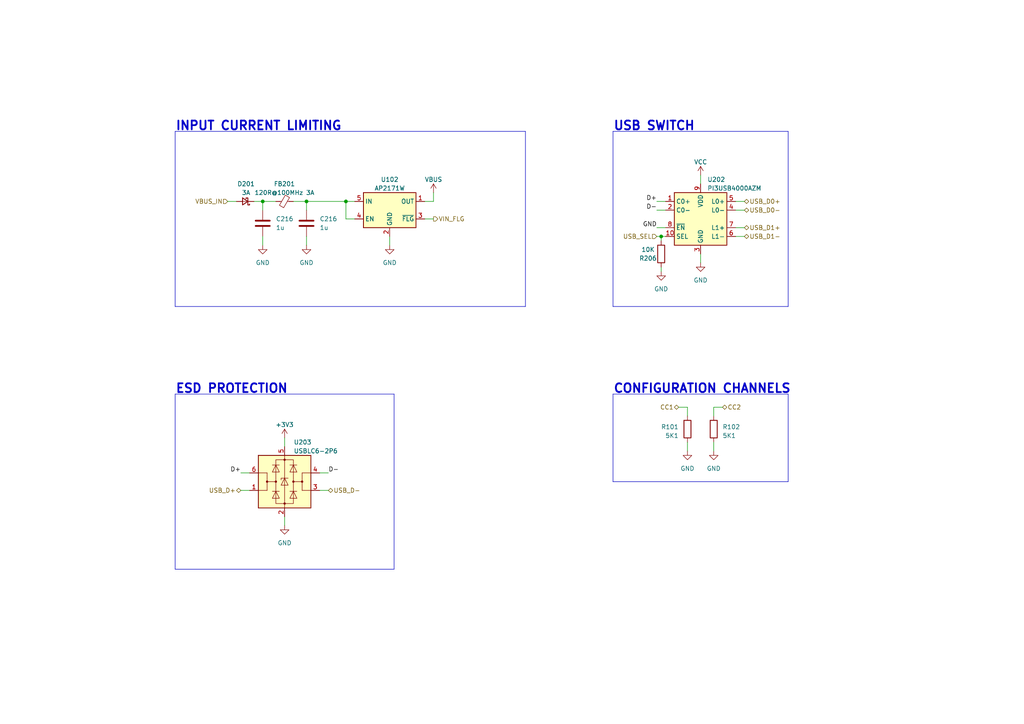
<source format=kicad_sch>
(kicad_sch (version 20230121) (generator eeschema)

  (uuid 72d2076e-a9c0-4d6e-b2d5-d5755db5d04f)

  (paper "A4")

  (title_block
    (title "Controller")
    (date "2023-10-05")
    (rev "1.0")
    (company "sudo-junkie")
  )

  (lib_symbols
    (symbol "Device:C" (pin_numbers hide) (pin_names (offset 0.254)) (in_bom yes) (on_board yes)
      (property "Reference" "C" (at 0.635 2.54 0)
        (effects (font (size 1.27 1.27)) (justify left))
      )
      (property "Value" "C" (at 0.635 -2.54 0)
        (effects (font (size 1.27 1.27)) (justify left))
      )
      (property "Footprint" "" (at 0.9652 -3.81 0)
        (effects (font (size 1.27 1.27)) hide)
      )
      (property "Datasheet" "~" (at 0 0 0)
        (effects (font (size 1.27 1.27)) hide)
      )
      (property "ki_keywords" "cap capacitor" (at 0 0 0)
        (effects (font (size 1.27 1.27)) hide)
      )
      (property "ki_description" "Unpolarized capacitor" (at 0 0 0)
        (effects (font (size 1.27 1.27)) hide)
      )
      (property "ki_fp_filters" "C_*" (at 0 0 0)
        (effects (font (size 1.27 1.27)) hide)
      )
      (symbol "C_0_1"
        (polyline
          (pts
            (xy -2.032 -0.762)
            (xy 2.032 -0.762)
          )
          (stroke (width 0.508) (type default))
          (fill (type none))
        )
        (polyline
          (pts
            (xy -2.032 0.762)
            (xy 2.032 0.762)
          )
          (stroke (width 0.508) (type default))
          (fill (type none))
        )
      )
      (symbol "C_1_1"
        (pin passive line (at 0 3.81 270) (length 2.794)
          (name "~" (effects (font (size 1.27 1.27))))
          (number "1" (effects (font (size 1.27 1.27))))
        )
        (pin passive line (at 0 -3.81 90) (length 2.794)
          (name "~" (effects (font (size 1.27 1.27))))
          (number "2" (effects (font (size 1.27 1.27))))
        )
      )
    )
    (symbol "Device:D_Schottky_Small" (pin_numbers hide) (pin_names (offset 0.254) hide) (in_bom yes) (on_board yes)
      (property "Reference" "D" (at -1.27 2.032 0)
        (effects (font (size 1.27 1.27)) (justify left))
      )
      (property "Value" "D_Schottky_Small" (at -7.112 -2.032 0)
        (effects (font (size 1.27 1.27)) (justify left))
      )
      (property "Footprint" "" (at 0 0 90)
        (effects (font (size 1.27 1.27)) hide)
      )
      (property "Datasheet" "~" (at 0 0 90)
        (effects (font (size 1.27 1.27)) hide)
      )
      (property "ki_keywords" "diode Schottky" (at 0 0 0)
        (effects (font (size 1.27 1.27)) hide)
      )
      (property "ki_description" "Schottky diode, small symbol" (at 0 0 0)
        (effects (font (size 1.27 1.27)) hide)
      )
      (property "ki_fp_filters" "TO-???* *_Diode_* *SingleDiode* D_*" (at 0 0 0)
        (effects (font (size 1.27 1.27)) hide)
      )
      (symbol "D_Schottky_Small_0_1"
        (polyline
          (pts
            (xy -0.762 0)
            (xy 0.762 0)
          )
          (stroke (width 0) (type default))
          (fill (type none))
        )
        (polyline
          (pts
            (xy 0.762 -1.016)
            (xy -0.762 0)
            (xy 0.762 1.016)
            (xy 0.762 -1.016)
          )
          (stroke (width 0.254) (type default))
          (fill (type none))
        )
        (polyline
          (pts
            (xy -1.27 0.762)
            (xy -1.27 1.016)
            (xy -0.762 1.016)
            (xy -0.762 -1.016)
            (xy -0.254 -1.016)
            (xy -0.254 -0.762)
          )
          (stroke (width 0.254) (type default))
          (fill (type none))
        )
      )
      (symbol "D_Schottky_Small_1_1"
        (pin passive line (at -2.54 0 0) (length 1.778)
          (name "K" (effects (font (size 1.27 1.27))))
          (number "1" (effects (font (size 1.27 1.27))))
        )
        (pin passive line (at 2.54 0 180) (length 1.778)
          (name "A" (effects (font (size 1.27 1.27))))
          (number "2" (effects (font (size 1.27 1.27))))
        )
      )
    )
    (symbol "Device:FerriteBead_Small" (pin_numbers hide) (pin_names (offset 0)) (in_bom yes) (on_board yes)
      (property "Reference" "FB" (at 1.905 1.27 0)
        (effects (font (size 1.27 1.27)) (justify left))
      )
      (property "Value" "FerriteBead_Small" (at 1.905 -1.27 0)
        (effects (font (size 1.27 1.27)) (justify left))
      )
      (property "Footprint" "" (at -1.778 0 90)
        (effects (font (size 1.27 1.27)) hide)
      )
      (property "Datasheet" "~" (at 0 0 0)
        (effects (font (size 1.27 1.27)) hide)
      )
      (property "ki_keywords" "L ferrite bead inductor filter" (at 0 0 0)
        (effects (font (size 1.27 1.27)) hide)
      )
      (property "ki_description" "Ferrite bead, small symbol" (at 0 0 0)
        (effects (font (size 1.27 1.27)) hide)
      )
      (property "ki_fp_filters" "Inductor_* L_* *Ferrite*" (at 0 0 0)
        (effects (font (size 1.27 1.27)) hide)
      )
      (symbol "FerriteBead_Small_0_1"
        (polyline
          (pts
            (xy 0 -1.27)
            (xy 0 -0.7874)
          )
          (stroke (width 0) (type default))
          (fill (type none))
        )
        (polyline
          (pts
            (xy 0 0.889)
            (xy 0 1.2954)
          )
          (stroke (width 0) (type default))
          (fill (type none))
        )
        (polyline
          (pts
            (xy -1.8288 0.2794)
            (xy -1.1176 1.4986)
            (xy 1.8288 -0.2032)
            (xy 1.1176 -1.4224)
            (xy -1.8288 0.2794)
          )
          (stroke (width 0) (type default))
          (fill (type none))
        )
      )
      (symbol "FerriteBead_Small_1_1"
        (pin passive line (at 0 2.54 270) (length 1.27)
          (name "~" (effects (font (size 1.27 1.27))))
          (number "1" (effects (font (size 1.27 1.27))))
        )
        (pin passive line (at 0 -2.54 90) (length 1.27)
          (name "~" (effects (font (size 1.27 1.27))))
          (number "2" (effects (font (size 1.27 1.27))))
        )
      )
    )
    (symbol "Device:R" (pin_numbers hide) (pin_names (offset 0)) (in_bom yes) (on_board yes)
      (property "Reference" "R" (at 2.032 0 90)
        (effects (font (size 1.27 1.27)))
      )
      (property "Value" "R" (at 0 0 90)
        (effects (font (size 1.27 1.27)))
      )
      (property "Footprint" "" (at -1.778 0 90)
        (effects (font (size 1.27 1.27)) hide)
      )
      (property "Datasheet" "~" (at 0 0 0)
        (effects (font (size 1.27 1.27)) hide)
      )
      (property "ki_keywords" "R res resistor" (at 0 0 0)
        (effects (font (size 1.27 1.27)) hide)
      )
      (property "ki_description" "Resistor" (at 0 0 0)
        (effects (font (size 1.27 1.27)) hide)
      )
      (property "ki_fp_filters" "R_*" (at 0 0 0)
        (effects (font (size 1.27 1.27)) hide)
      )
      (symbol "R_0_1"
        (rectangle (start -1.016 -2.54) (end 1.016 2.54)
          (stroke (width 0.254) (type default))
          (fill (type none))
        )
      )
      (symbol "R_1_1"
        (pin passive line (at 0 3.81 270) (length 1.27)
          (name "~" (effects (font (size 1.27 1.27))))
          (number "1" (effects (font (size 1.27 1.27))))
        )
        (pin passive line (at 0 -3.81 90) (length 1.27)
          (name "~" (effects (font (size 1.27 1.27))))
          (number "2" (effects (font (size 1.27 1.27))))
        )
      )
    )
    (symbol "My_Interface_USB:PI3USB4000AZM" (in_bom yes) (on_board yes)
      (property "Reference" "U" (at 2.54 8.89 0)
        (effects (font (size 1.27 1.27)))
      )
      (property "Value" "PI3USB4000AZM" (at 10.16 -8.89 0)
        (effects (font (size 1.27 1.27)))
      )
      (property "Footprint" "Package_DFN_QFN:UQFN-10_1.4x1.8mm_P0.4mm" (at 0 0 0)
        (effects (font (size 1.27 1.27)) hide)
      )
      (property "Datasheet" "" (at 0 0 0)
        (effects (font (size 1.27 1.27)) hide)
      )
      (symbol "PI3USB4000AZM_0_1"
        (rectangle (start -7.62 7.62) (end 7.62 -7.62)
          (stroke (width 0.254) (type default))
          (fill (type background))
        )
      )
      (symbol "PI3USB4000AZM_1_1"
        (pin bidirectional line (at -10.16 5.08 0) (length 2.54)
          (name "C0+" (effects (font (size 1.27 1.27))))
          (number "1" (effects (font (size 1.27 1.27))))
        )
        (pin input line (at -10.16 -5.08 0) (length 2.54)
          (name "SEL" (effects (font (size 1.27 1.27))))
          (number "10" (effects (font (size 1.27 1.27))))
        )
        (pin bidirectional line (at -10.16 2.54 0) (length 2.54)
          (name "C0-" (effects (font (size 1.27 1.27))))
          (number "2" (effects (font (size 1.27 1.27))))
        )
        (pin passive line (at 0 -10.16 90) (length 2.54)
          (name "GND" (effects (font (size 1.27 1.27))))
          (number "3" (effects (font (size 1.27 1.27))))
        )
        (pin bidirectional line (at 10.16 2.54 180) (length 2.54)
          (name "L0-" (effects (font (size 1.27 1.27))))
          (number "4" (effects (font (size 1.27 1.27))))
        )
        (pin bidirectional line (at 10.16 5.08 180) (length 2.54)
          (name "L0+" (effects (font (size 1.27 1.27))))
          (number "5" (effects (font (size 1.27 1.27))))
        )
        (pin bidirectional line (at 10.16 -5.08 180) (length 2.54)
          (name "L1-" (effects (font (size 1.27 1.27))))
          (number "6" (effects (font (size 1.27 1.27))))
        )
        (pin bidirectional line (at 10.16 -2.54 180) (length 2.54)
          (name "L1+" (effects (font (size 1.27 1.27))))
          (number "7" (effects (font (size 1.27 1.27))))
        )
        (pin input line (at -10.16 -2.54 0) (length 2.54)
          (name "~{EN}" (effects (font (size 1.27 1.27))))
          (number "8" (effects (font (size 1.27 1.27))))
        )
        (pin passive line (at 0 10.16 270) (length 2.54)
          (name "VDD" (effects (font (size 1.27 1.27))))
          (number "9" (effects (font (size 1.27 1.27))))
        )
      )
    )
    (symbol "Power_Management:AP2171W" (in_bom yes) (on_board yes)
      (property "Reference" "U" (at -7.62 -6.35 0)
        (effects (font (size 1.27 1.27)) (justify left))
      )
      (property "Value" "AP2171W" (at -7.62 6.35 0)
        (effects (font (size 1.27 1.27)) (justify left))
      )
      (property "Footprint" "Package_TO_SOT_SMD:SOT-23-5" (at 0 -10.16 0)
        (effects (font (size 1.27 1.27)) hide)
      )
      (property "Datasheet" "https://www.diodes.com/assets/Datasheets/AP2161.pdf" (at 0 1.27 0)
        (effects (font (size 1.27 1.27)) hide)
      )
      (property "ki_keywords" "Limit USB Active High" (at 0 0 0)
        (effects (font (size 1.27 1.27)) hide)
      )
      (property "ki_description" "Current limited power switch, single channel, SOT-23-5" (at 0 0 0)
        (effects (font (size 1.27 1.27)) hide)
      )
      (property "ki_fp_filters" "SOT?23*" (at 0 0 0)
        (effects (font (size 1.27 1.27)) hide)
      )
      (symbol "AP2171W_0_1"
        (rectangle (start -7.62 5.08) (end 7.62 -5.08)
          (stroke (width 0.254) (type default))
          (fill (type background))
        )
      )
      (symbol "AP2171W_1_1"
        (pin power_out line (at 10.16 2.54 180) (length 2.54)
          (name "OUT" (effects (font (size 1.27 1.27))))
          (number "1" (effects (font (size 1.27 1.27))))
        )
        (pin power_in line (at 0 -7.62 90) (length 2.54)
          (name "GND" (effects (font (size 1.27 1.27))))
          (number "2" (effects (font (size 1.27 1.27))))
        )
        (pin open_collector line (at 10.16 -2.54 180) (length 2.54)
          (name "~{FLG}" (effects (font (size 1.27 1.27))))
          (number "3" (effects (font (size 1.27 1.27))))
        )
        (pin input line (at -10.16 -2.54 0) (length 2.54)
          (name "EN" (effects (font (size 1.27 1.27))))
          (number "4" (effects (font (size 1.27 1.27))))
        )
        (pin power_in line (at -10.16 2.54 0) (length 2.54)
          (name "IN" (effects (font (size 1.27 1.27))))
          (number "5" (effects (font (size 1.27 1.27))))
        )
      )
    )
    (symbol "Power_Protection:USBLC6-2P6" (pin_names hide) (in_bom yes) (on_board yes)
      (property "Reference" "U" (at 2.54 8.89 0)
        (effects (font (size 1.27 1.27)) (justify left))
      )
      (property "Value" "USBLC6-2P6" (at 2.54 -8.89 0)
        (effects (font (size 1.27 1.27)) (justify left))
      )
      (property "Footprint" "Package_TO_SOT_SMD:SOT-666" (at 0 -12.7 0)
        (effects (font (size 1.27 1.27)) hide)
      )
      (property "Datasheet" "https://www.st.com/resource/en/datasheet/usblc6-2.pdf" (at 5.08 8.89 0)
        (effects (font (size 1.27 1.27)) hide)
      )
      (property "ki_keywords" "usb ethernet video" (at 0 0 0)
        (effects (font (size 1.27 1.27)) hide)
      )
      (property "ki_description" "Very low capacitance ESD protection diode, 2 data-line, SOT-666" (at 0 0 0)
        (effects (font (size 1.27 1.27)) hide)
      )
      (property "ki_fp_filters" "SOT?666*" (at 0 0 0)
        (effects (font (size 1.27 1.27)) hide)
      )
      (symbol "USBLC6-2P6_0_1"
        (rectangle (start -7.62 -7.62) (end 7.62 7.62)
          (stroke (width 0.254) (type default))
          (fill (type background))
        )
        (circle (center -5.08 0) (radius 0.254)
          (stroke (width 0) (type default))
          (fill (type outline))
        )
        (circle (center -2.54 0) (radius 0.254)
          (stroke (width 0) (type default))
          (fill (type outline))
        )
        (rectangle (start -2.54 6.35) (end 2.54 -6.35)
          (stroke (width 0) (type default))
          (fill (type none))
        )
        (circle (center 0 -6.35) (radius 0.254)
          (stroke (width 0) (type default))
          (fill (type outline))
        )
        (polyline
          (pts
            (xy -5.08 -2.54)
            (xy -7.62 -2.54)
          )
          (stroke (width 0) (type default))
          (fill (type none))
        )
        (polyline
          (pts
            (xy -5.08 0)
            (xy -5.08 -2.54)
          )
          (stroke (width 0) (type default))
          (fill (type none))
        )
        (polyline
          (pts
            (xy -5.08 2.54)
            (xy -7.62 2.54)
          )
          (stroke (width 0) (type default))
          (fill (type none))
        )
        (polyline
          (pts
            (xy -1.524 -2.794)
            (xy -3.556 -2.794)
          )
          (stroke (width 0) (type default))
          (fill (type none))
        )
        (polyline
          (pts
            (xy -1.524 4.826)
            (xy -3.556 4.826)
          )
          (stroke (width 0) (type default))
          (fill (type none))
        )
        (polyline
          (pts
            (xy 0 -7.62)
            (xy 0 -6.35)
          )
          (stroke (width 0) (type default))
          (fill (type none))
        )
        (polyline
          (pts
            (xy 0 -6.35)
            (xy 0 1.27)
          )
          (stroke (width 0) (type default))
          (fill (type none))
        )
        (polyline
          (pts
            (xy 0 1.27)
            (xy 0 6.35)
          )
          (stroke (width 0) (type default))
          (fill (type none))
        )
        (polyline
          (pts
            (xy 0 6.35)
            (xy 0 7.62)
          )
          (stroke (width 0) (type default))
          (fill (type none))
        )
        (polyline
          (pts
            (xy 1.524 -2.794)
            (xy 3.556 -2.794)
          )
          (stroke (width 0) (type default))
          (fill (type none))
        )
        (polyline
          (pts
            (xy 1.524 4.826)
            (xy 3.556 4.826)
          )
          (stroke (width 0) (type default))
          (fill (type none))
        )
        (polyline
          (pts
            (xy 5.08 -2.54)
            (xy 7.62 -2.54)
          )
          (stroke (width 0) (type default))
          (fill (type none))
        )
        (polyline
          (pts
            (xy 5.08 0)
            (xy 5.08 -2.54)
          )
          (stroke (width 0) (type default))
          (fill (type none))
        )
        (polyline
          (pts
            (xy 5.08 2.54)
            (xy 7.62 2.54)
          )
          (stroke (width 0) (type default))
          (fill (type none))
        )
        (polyline
          (pts
            (xy -2.54 0)
            (xy -5.08 0)
            (xy -5.08 2.54)
          )
          (stroke (width 0) (type default))
          (fill (type none))
        )
        (polyline
          (pts
            (xy 2.54 0)
            (xy 5.08 0)
            (xy 5.08 2.54)
          )
          (stroke (width 0) (type default))
          (fill (type none))
        )
        (polyline
          (pts
            (xy -3.556 -4.826)
            (xy -1.524 -4.826)
            (xy -2.54 -2.794)
            (xy -3.556 -4.826)
          )
          (stroke (width 0) (type default))
          (fill (type none))
        )
        (polyline
          (pts
            (xy -3.556 2.794)
            (xy -1.524 2.794)
            (xy -2.54 4.826)
            (xy -3.556 2.794)
          )
          (stroke (width 0) (type default))
          (fill (type none))
        )
        (polyline
          (pts
            (xy -1.016 -1.016)
            (xy 1.016 -1.016)
            (xy 0 1.016)
            (xy -1.016 -1.016)
          )
          (stroke (width 0) (type default))
          (fill (type none))
        )
        (polyline
          (pts
            (xy 1.016 1.016)
            (xy 0.762 1.016)
            (xy -1.016 1.016)
            (xy -1.016 0.508)
          )
          (stroke (width 0) (type default))
          (fill (type none))
        )
        (polyline
          (pts
            (xy 3.556 -4.826)
            (xy 1.524 -4.826)
            (xy 2.54 -2.794)
            (xy 3.556 -4.826)
          )
          (stroke (width 0) (type default))
          (fill (type none))
        )
        (polyline
          (pts
            (xy 3.556 2.794)
            (xy 1.524 2.794)
            (xy 2.54 4.826)
            (xy 3.556 2.794)
          )
          (stroke (width 0) (type default))
          (fill (type none))
        )
        (circle (center 0 6.35) (radius 0.254)
          (stroke (width 0) (type default))
          (fill (type outline))
        )
        (circle (center 2.54 0) (radius 0.254)
          (stroke (width 0) (type default))
          (fill (type outline))
        )
        (circle (center 5.08 0) (radius 0.254)
          (stroke (width 0) (type default))
          (fill (type outline))
        )
      )
      (symbol "USBLC6-2P6_1_1"
        (pin passive line (at -10.16 -2.54 0) (length 2.54)
          (name "I/O1" (effects (font (size 1.27 1.27))))
          (number "1" (effects (font (size 1.27 1.27))))
        )
        (pin passive line (at 0 -10.16 90) (length 2.54)
          (name "GND" (effects (font (size 1.27 1.27))))
          (number "2" (effects (font (size 1.27 1.27))))
        )
        (pin passive line (at 10.16 -2.54 180) (length 2.54)
          (name "I/O2" (effects (font (size 1.27 1.27))))
          (number "3" (effects (font (size 1.27 1.27))))
        )
        (pin passive line (at 10.16 2.54 180) (length 2.54)
          (name "I/O2" (effects (font (size 1.27 1.27))))
          (number "4" (effects (font (size 1.27 1.27))))
        )
        (pin passive line (at 0 10.16 270) (length 2.54)
          (name "VBUS" (effects (font (size 1.27 1.27))))
          (number "5" (effects (font (size 1.27 1.27))))
        )
        (pin passive line (at -10.16 2.54 0) (length 2.54)
          (name "I/O1" (effects (font (size 1.27 1.27))))
          (number "6" (effects (font (size 1.27 1.27))))
        )
      )
    )
    (symbol "power:+3V3" (power) (pin_names (offset 0)) (in_bom yes) (on_board yes)
      (property "Reference" "#PWR" (at 0 -3.81 0)
        (effects (font (size 1.27 1.27)) hide)
      )
      (property "Value" "+3V3" (at 0 3.556 0)
        (effects (font (size 1.27 1.27)))
      )
      (property "Footprint" "" (at 0 0 0)
        (effects (font (size 1.27 1.27)) hide)
      )
      (property "Datasheet" "" (at 0 0 0)
        (effects (font (size 1.27 1.27)) hide)
      )
      (property "ki_keywords" "global power" (at 0 0 0)
        (effects (font (size 1.27 1.27)) hide)
      )
      (property "ki_description" "Power symbol creates a global label with name \"+3V3\"" (at 0 0 0)
        (effects (font (size 1.27 1.27)) hide)
      )
      (symbol "+3V3_0_1"
        (polyline
          (pts
            (xy -0.762 1.27)
            (xy 0 2.54)
          )
          (stroke (width 0) (type default))
          (fill (type none))
        )
        (polyline
          (pts
            (xy 0 0)
            (xy 0 2.54)
          )
          (stroke (width 0) (type default))
          (fill (type none))
        )
        (polyline
          (pts
            (xy 0 2.54)
            (xy 0.762 1.27)
          )
          (stroke (width 0) (type default))
          (fill (type none))
        )
      )
      (symbol "+3V3_1_1"
        (pin power_in line (at 0 0 90) (length 0) hide
          (name "+3V3" (effects (font (size 1.27 1.27))))
          (number "1" (effects (font (size 1.27 1.27))))
        )
      )
    )
    (symbol "power:GND" (power) (pin_names (offset 0)) (in_bom yes) (on_board yes)
      (property "Reference" "#PWR" (at 0 -6.35 0)
        (effects (font (size 1.27 1.27)) hide)
      )
      (property "Value" "GND" (at 0 -3.81 0)
        (effects (font (size 1.27 1.27)))
      )
      (property "Footprint" "" (at 0 0 0)
        (effects (font (size 1.27 1.27)) hide)
      )
      (property "Datasheet" "" (at 0 0 0)
        (effects (font (size 1.27 1.27)) hide)
      )
      (property "ki_keywords" "global power" (at 0 0 0)
        (effects (font (size 1.27 1.27)) hide)
      )
      (property "ki_description" "Power symbol creates a global label with name \"GND\" , ground" (at 0 0 0)
        (effects (font (size 1.27 1.27)) hide)
      )
      (symbol "GND_0_1"
        (polyline
          (pts
            (xy 0 0)
            (xy 0 -1.27)
            (xy 1.27 -1.27)
            (xy 0 -2.54)
            (xy -1.27 -1.27)
            (xy 0 -1.27)
          )
          (stroke (width 0) (type default))
          (fill (type none))
        )
      )
      (symbol "GND_1_1"
        (pin power_in line (at 0 0 270) (length 0) hide
          (name "GND" (effects (font (size 1.27 1.27))))
          (number "1" (effects (font (size 1.27 1.27))))
        )
      )
    )
    (symbol "power:VBUS" (power) (pin_names (offset 0)) (in_bom yes) (on_board yes)
      (property "Reference" "#PWR" (at 0 -3.81 0)
        (effects (font (size 1.27 1.27)) hide)
      )
      (property "Value" "VBUS" (at 0 3.81 0)
        (effects (font (size 1.27 1.27)))
      )
      (property "Footprint" "" (at 0 0 0)
        (effects (font (size 1.27 1.27)) hide)
      )
      (property "Datasheet" "" (at 0 0 0)
        (effects (font (size 1.27 1.27)) hide)
      )
      (property "ki_keywords" "global power" (at 0 0 0)
        (effects (font (size 1.27 1.27)) hide)
      )
      (property "ki_description" "Power symbol creates a global label with name \"VBUS\"" (at 0 0 0)
        (effects (font (size 1.27 1.27)) hide)
      )
      (symbol "VBUS_0_1"
        (polyline
          (pts
            (xy -0.762 1.27)
            (xy 0 2.54)
          )
          (stroke (width 0) (type default))
          (fill (type none))
        )
        (polyline
          (pts
            (xy 0 0)
            (xy 0 2.54)
          )
          (stroke (width 0) (type default))
          (fill (type none))
        )
        (polyline
          (pts
            (xy 0 2.54)
            (xy 0.762 1.27)
          )
          (stroke (width 0) (type default))
          (fill (type none))
        )
      )
      (symbol "VBUS_1_1"
        (pin power_in line (at 0 0 90) (length 0) hide
          (name "VBUS" (effects (font (size 1.27 1.27))))
          (number "1" (effects (font (size 1.27 1.27))))
        )
      )
    )
    (symbol "power:VCC" (power) (pin_names (offset 0)) (in_bom yes) (on_board yes)
      (property "Reference" "#PWR" (at 0 -3.81 0)
        (effects (font (size 1.27 1.27)) hide)
      )
      (property "Value" "VCC" (at 0 3.81 0)
        (effects (font (size 1.27 1.27)))
      )
      (property "Footprint" "" (at 0 0 0)
        (effects (font (size 1.27 1.27)) hide)
      )
      (property "Datasheet" "" (at 0 0 0)
        (effects (font (size 1.27 1.27)) hide)
      )
      (property "ki_keywords" "global power" (at 0 0 0)
        (effects (font (size 1.27 1.27)) hide)
      )
      (property "ki_description" "Power symbol creates a global label with name \"VCC\"" (at 0 0 0)
        (effects (font (size 1.27 1.27)) hide)
      )
      (symbol "VCC_0_1"
        (polyline
          (pts
            (xy -0.762 1.27)
            (xy 0 2.54)
          )
          (stroke (width 0) (type default))
          (fill (type none))
        )
        (polyline
          (pts
            (xy 0 0)
            (xy 0 2.54)
          )
          (stroke (width 0) (type default))
          (fill (type none))
        )
        (polyline
          (pts
            (xy 0 2.54)
            (xy 0.762 1.27)
          )
          (stroke (width 0) (type default))
          (fill (type none))
        )
      )
      (symbol "VCC_1_1"
        (pin power_in line (at 0 0 90) (length 0) hide
          (name "VCC" (effects (font (size 1.27 1.27))))
          (number "1" (effects (font (size 1.27 1.27))))
        )
      )
    )
  )

  (junction (at 88.9 58.42) (diameter 0) (color 0 0 0 0)
    (uuid 01f97a53-dc9a-4e24-a705-08aa5fd28a01)
  )
  (junction (at 100.33 58.42) (diameter 0) (color 0 0 0 0)
    (uuid 3cd7ec68-82e6-47d6-9dc0-a75e80ee9937)
  )
  (junction (at 191.77 68.58) (diameter 0) (color 0 0 0 0)
    (uuid f51d75ce-a969-4d16-9eed-1392a4b3364f)
  )
  (junction (at 76.2 58.42) (diameter 0) (color 0 0 0 0)
    (uuid fbb5eb68-48e8-44c3-afcb-034e17fba216)
  )

  (wire (pts (xy 102.87 63.5) (xy 100.33 63.5))
    (stroke (width 0) (type default))
    (uuid 00812736-3852-411b-a903-b10af88f3a1e)
  )
  (polyline (pts (xy 228.6 139.7) (xy 177.8 139.7))
    (stroke (width 0) (type default))
    (uuid 012a3235-9460-411b-91f8-54afe7ef03e9)
  )

  (wire (pts (xy 199.39 128.27) (xy 199.39 130.81))
    (stroke (width 0) (type default))
    (uuid 033a67df-6bdd-4959-a0b9-3f6a1fc8425a)
  )
  (wire (pts (xy 203.2 50.8) (xy 203.2 53.34))
    (stroke (width 0) (type default))
    (uuid 072edd43-16d0-4587-80c0-ac3592efe69c)
  )
  (wire (pts (xy 100.33 58.42) (xy 102.87 58.42))
    (stroke (width 0) (type default))
    (uuid 0b846996-cf26-412f-a3d1-a52e6e793c55)
  )
  (polyline (pts (xy 152.4 88.9) (xy 50.8 88.9))
    (stroke (width 0) (type default))
    (uuid 1fdd101f-963a-49de-85a9-9c7dd16d2d6e)
  )
  (polyline (pts (xy 50.8 38.1) (xy 152.4 38.1))
    (stroke (width 0) (type default))
    (uuid 2005a421-c8bb-4273-b9a4-b059ceae0dcb)
  )

  (wire (pts (xy 207.01 118.11) (xy 209.55 118.11))
    (stroke (width 0) (type default))
    (uuid 21da3941-abae-4ff5-af71-15c3028dfa18)
  )
  (wire (pts (xy 199.39 120.65) (xy 199.39 118.11))
    (stroke (width 0) (type default))
    (uuid 25d02b73-6aaf-4e5d-9cc7-bbe29c361209)
  )
  (wire (pts (xy 88.9 68.58) (xy 88.9 71.12))
    (stroke (width 0) (type default))
    (uuid 2e819678-96a6-4350-a8fd-26bf0132cf2d)
  )
  (wire (pts (xy 190.5 58.42) (xy 193.04 58.42))
    (stroke (width 0) (type default))
    (uuid 3062402c-65ce-4e77-bae2-3fb14fd95ed7)
  )
  (wire (pts (xy 213.36 60.96) (xy 215.9 60.96))
    (stroke (width 0) (type default))
    (uuid 34dab819-8e3f-4bcd-85ff-635d549d49ba)
  )
  (wire (pts (xy 66.04 58.42) (xy 68.58 58.42))
    (stroke (width 0) (type default))
    (uuid 38fa4e96-11f6-412a-b044-14ea781994c5)
  )
  (wire (pts (xy 88.9 58.42) (xy 100.33 58.42))
    (stroke (width 0) (type default))
    (uuid 3a80363e-0fcf-4281-b6b5-66db94e2dac4)
  )
  (wire (pts (xy 92.71 142.24) (xy 95.25 142.24))
    (stroke (width 0) (type default))
    (uuid 44f68a7c-12bc-48ae-9b1b-8c27b168cbab)
  )
  (wire (pts (xy 213.36 66.04) (xy 215.9 66.04))
    (stroke (width 0) (type default))
    (uuid 48849a88-440a-4eda-af1b-5cb2dcaafa5b)
  )
  (wire (pts (xy 113.03 68.58) (xy 113.03 71.12))
    (stroke (width 0) (type default))
    (uuid 52b0f6aa-86c8-47e7-a63f-21697ab13a53)
  )
  (wire (pts (xy 213.36 68.58) (xy 215.9 68.58))
    (stroke (width 0) (type default))
    (uuid 64868c40-6cbc-424a-bcae-afb3ffd35dda)
  )
  (wire (pts (xy 69.85 142.24) (xy 72.39 142.24))
    (stroke (width 0) (type default))
    (uuid 6604fca5-cd34-434d-b78c-5fce6027f1db)
  )
  (wire (pts (xy 82.55 149.86) (xy 82.55 152.4))
    (stroke (width 0) (type default))
    (uuid 66e36fb2-8c74-4fc6-a3ec-4e6ddf87437f)
  )
  (wire (pts (xy 203.2 73.66) (xy 203.2 76.2))
    (stroke (width 0) (type default))
    (uuid 70172977-e440-421e-aaff-508f9d228d6a)
  )
  (polyline (pts (xy 228.6 114.3) (xy 228.6 139.7))
    (stroke (width 0) (type default))
    (uuid 729f7306-c110-44bc-9636-c86e8abe9228)
  )

  (wire (pts (xy 191.77 68.58) (xy 193.04 68.58))
    (stroke (width 0) (type default))
    (uuid 7352210c-662d-4b8d-9f8b-eec765696c96)
  )
  (wire (pts (xy 190.5 68.58) (xy 191.77 68.58))
    (stroke (width 0) (type default))
    (uuid 74a1086f-32f6-4d11-bdcc-63023d6b0e86)
  )
  (polyline (pts (xy 50.8 165.1) (xy 50.8 114.3))
    (stroke (width 0) (type default))
    (uuid 7b987a9b-0e06-4c57-b8e8-294dad56eedc)
  )

  (wire (pts (xy 80.01 58.42) (xy 76.2 58.42))
    (stroke (width 0) (type default))
    (uuid 8021a349-5634-4fc6-8b50-580d0104333f)
  )
  (polyline (pts (xy 50.8 88.9) (xy 50.8 38.1))
    (stroke (width 0) (type default))
    (uuid 8b3408d0-45df-4d5b-928b-3b4024079eb8)
  )

  (wire (pts (xy 191.77 77.47) (xy 191.77 78.74))
    (stroke (width 0) (type default))
    (uuid 8bbaa32b-0754-4f9e-a3ea-e6f0b2b17804)
  )
  (wire (pts (xy 76.2 58.42) (xy 76.2 60.96))
    (stroke (width 0) (type default))
    (uuid 9828cd20-6878-4636-a2fd-d981d274a199)
  )
  (wire (pts (xy 190.5 60.96) (xy 193.04 60.96))
    (stroke (width 0) (type default))
    (uuid 9a7f77c6-fb37-430e-b23e-510e2181e9b8)
  )
  (wire (pts (xy 207.01 120.65) (xy 207.01 118.11))
    (stroke (width 0) (type default))
    (uuid a097d892-1ca9-47fe-b7f7-ca17b31ab321)
  )
  (wire (pts (xy 191.77 68.58) (xy 191.77 69.85))
    (stroke (width 0) (type default))
    (uuid a51ebe21-bf49-4936-ab8b-fe3d24114771)
  )
  (wire (pts (xy 100.33 63.5) (xy 100.33 58.42))
    (stroke (width 0) (type default))
    (uuid a7d19931-3677-4f3d-a5c6-a0fa719c94b8)
  )
  (wire (pts (xy 213.36 58.42) (xy 215.9 58.42))
    (stroke (width 0) (type default))
    (uuid b1820a60-57f5-4a0c-8b5b-ae747709b60a)
  )
  (wire (pts (xy 82.55 127) (xy 82.55 129.54))
    (stroke (width 0) (type default))
    (uuid b89f0c00-f4fc-463d-9eb6-556f8d3d91d6)
  )
  (polyline (pts (xy 152.4 38.1) (xy 152.4 88.9))
    (stroke (width 0) (type default))
    (uuid b9d6a49a-446a-40b8-a5c8-e92b9a430466)
  )

  (wire (pts (xy 95.25 137.16) (xy 92.71 137.16))
    (stroke (width 0) (type default))
    (uuid bdca6f49-ab9f-41d0-b57e-5fa16cb4e5c2)
  )
  (wire (pts (xy 69.85 137.16) (xy 72.39 137.16))
    (stroke (width 0) (type default))
    (uuid beb68949-de9d-47de-8d47-b7292f02f1e8)
  )
  (polyline (pts (xy 177.8 88.9) (xy 177.8 38.1))
    (stroke (width 0) (type default))
    (uuid c8e6031a-6843-4a6a-b852-0e5e9e2b6417)
  )

  (wire (pts (xy 88.9 58.42) (xy 88.9 60.96))
    (stroke (width 0) (type default))
    (uuid ced38264-0735-4d94-bf1e-8c1aafa984e3)
  )
  (wire (pts (xy 125.73 55.88) (xy 125.73 58.42))
    (stroke (width 0) (type default))
    (uuid d0984c37-2bc3-402d-aba8-9c8379747a82)
  )
  (polyline (pts (xy 177.8 139.7) (xy 177.8 114.3))
    (stroke (width 0) (type default))
    (uuid d1886f13-0eff-432e-91e0-2d30b7ff413d)
  )

  (wire (pts (xy 207.01 128.27) (xy 207.01 130.81))
    (stroke (width 0) (type default))
    (uuid d21aad68-7f31-4840-ab81-667eec3129e2)
  )
  (polyline (pts (xy 228.6 88.9) (xy 177.8 88.9))
    (stroke (width 0) (type default))
    (uuid d5ab8f30-3d04-4bb6-b31c-41bc7df7ab78)
  )

  (wire (pts (xy 199.39 118.11) (xy 196.85 118.11))
    (stroke (width 0) (type default))
    (uuid d665203c-cca3-4e03-aa80-ec0e39979c5d)
  )
  (polyline (pts (xy 114.3 114.3) (xy 114.3 165.1))
    (stroke (width 0) (type default))
    (uuid d94b3ee2-f6cf-4e95-93cc-22efa9c50279)
  )

  (wire (pts (xy 123.19 63.5) (xy 125.73 63.5))
    (stroke (width 0) (type default))
    (uuid da05b114-14b1-42d0-a08b-748ef817e885)
  )
  (polyline (pts (xy 50.8 114.3) (xy 114.3 114.3))
    (stroke (width 0) (type default))
    (uuid dcc461dc-9c40-4bb4-b82c-8812ed49ef4d)
  )

  (wire (pts (xy 73.66 58.42) (xy 76.2 58.42))
    (stroke (width 0) (type default))
    (uuid df7b9a19-a8d0-40b6-b3de-be7e0612c1fd)
  )
  (polyline (pts (xy 228.6 38.1) (xy 228.6 88.9))
    (stroke (width 0) (type default))
    (uuid df7c93d0-8aef-421d-9fae-901f8ff380da)
  )

  (wire (pts (xy 85.09 58.42) (xy 88.9 58.42))
    (stroke (width 0) (type default))
    (uuid e007cfde-ea4b-42fb-a41a-da5b050de3fc)
  )
  (polyline (pts (xy 177.8 38.1) (xy 228.6 38.1))
    (stroke (width 0) (type default))
    (uuid e531b7ba-215e-4470-b5ec-02dd64172c2c)
  )
  (polyline (pts (xy 114.3 165.1) (xy 50.8 165.1))
    (stroke (width 0) (type default))
    (uuid e95e7103-1372-4bc0-853a-8dd7dd787708)
  )

  (wire (pts (xy 190.5 66.04) (xy 193.04 66.04))
    (stroke (width 0) (type default))
    (uuid ee573b61-7081-45a2-a2a9-b3d18e8bb567)
  )
  (polyline (pts (xy 177.8 114.3) (xy 228.6 114.3))
    (stroke (width 0) (type default))
    (uuid ef3f9ca5-e15e-46bc-8fd9-d5ad9c472acb)
  )

  (wire (pts (xy 76.2 68.58) (xy 76.2 71.12))
    (stroke (width 0) (type default))
    (uuid ef69e2b8-352d-4df2-95a8-4735d707742f)
  )
  (wire (pts (xy 125.73 58.42) (xy 123.19 58.42))
    (stroke (width 0) (type default))
    (uuid f6031b2d-7f76-41ee-97cb-ddd3c41db986)
  )

  (text "USB SWITCH" (at 177.8 38.1 0)
    (effects (font (size 2.54 2.54) (thickness 0.508) bold) (justify left bottom))
    (uuid 1d0204b5-f804-4212-95ff-0d8d40542183)
  )
  (text "INPUT CURRENT LIMITING" (at 50.8 38.1 0)
    (effects (font (size 2.54 2.54) (thickness 0.508) bold) (justify left bottom))
    (uuid 34d34f66-0b43-46f9-95c5-46701f73b727)
  )
  (text "ESD PROTECTION" (at 50.8 114.3 0)
    (effects (font (size 2.54 2.54) (thickness 0.508) bold) (justify left bottom))
    (uuid 7a414fbd-5dca-42ce-b9ae-eeba9c336ecc)
  )
  (text "CONFIGURATION CHANNELS" (at 177.8 114.3 0)
    (effects (font (size 2.54 2.54) (thickness 0.508) bold) (justify left bottom))
    (uuid 93752562-1a12-48ee-881c-71efd99fb3c3)
  )

  (label "GND" (at 190.5 66.04 180) (fields_autoplaced)
    (effects (font (size 1.27 1.27)) (justify right bottom))
    (uuid 01f48b83-7d35-45ff-8aa5-166e2c3fc57e)
  )
  (label "D+" (at 69.85 137.16 180) (fields_autoplaced)
    (effects (font (size 1.27 1.27)) (justify right bottom))
    (uuid 4f769557-42d6-41f7-a261-21521be5453d)
  )
  (label "D-" (at 95.25 137.16 0) (fields_autoplaced)
    (effects (font (size 1.27 1.27)) (justify left bottom))
    (uuid 7db2641b-303b-485e-a240-4b2d646b50a3)
  )
  (label "D-" (at 190.5 60.96 180) (fields_autoplaced)
    (effects (font (size 1.27 1.27)) (justify right bottom))
    (uuid a0b255f8-ceae-4526-bc08-e6c5f953dc8e)
  )
  (label "D+" (at 190.5 58.42 180) (fields_autoplaced)
    (effects (font (size 1.27 1.27)) (justify right bottom))
    (uuid c61e5833-1ad7-4d2a-a3db-f758c3b8092f)
  )

  (hierarchical_label "USB_D0-" (shape bidirectional) (at 215.9 60.96 0) (fields_autoplaced)
    (effects (font (size 1.27 1.27)) (justify left))
    (uuid 0ec8ad72-c8a4-4414-a53a-0413ea0bc49e)
  )
  (hierarchical_label "USB_D1-" (shape bidirectional) (at 215.9 68.58 0) (fields_autoplaced)
    (effects (font (size 1.27 1.27)) (justify left))
    (uuid 2c6bb774-d12b-4899-a8fc-1ff26eb1df75)
  )
  (hierarchical_label "USB_D-" (shape bidirectional) (at 95.25 142.24 0) (fields_autoplaced)
    (effects (font (size 1.27 1.27)) (justify left))
    (uuid 3b204483-85fb-47f0-ae78-d5a696ca05e1)
  )
  (hierarchical_label "VBUS_IN" (shape input) (at 66.04 58.42 180) (fields_autoplaced)
    (effects (font (size 1.27 1.27)) (justify right))
    (uuid 3ce55d15-99f8-4787-b670-f401ff94b591)
  )
  (hierarchical_label "USB_D1+" (shape bidirectional) (at 215.9 66.04 0) (fields_autoplaced)
    (effects (font (size 1.27 1.27)) (justify left))
    (uuid 572f7652-1602-479c-9206-adc953ae8686)
  )
  (hierarchical_label "CC2" (shape bidirectional) (at 209.55 118.11 0) (fields_autoplaced)
    (effects (font (size 1.27 1.27)) (justify left))
    (uuid 829f2efb-0d28-45e7-9b1d-2af4994bf72b)
  )
  (hierarchical_label "CC1" (shape bidirectional) (at 196.85 118.11 180) (fields_autoplaced)
    (effects (font (size 1.27 1.27)) (justify right))
    (uuid 88bfa0d6-9d24-4910-bc53-ad59689ad21d)
  )
  (hierarchical_label "USB_D0+" (shape bidirectional) (at 215.9 58.42 0) (fields_autoplaced)
    (effects (font (size 1.27 1.27)) (justify left))
    (uuid 9d6360d2-35c5-402d-9c2d-5ba707e8126d)
  )
  (hierarchical_label "USB_SEL" (shape input) (at 190.5 68.58 180) (fields_autoplaced)
    (effects (font (size 1.27 1.27)) (justify right))
    (uuid d88a78e5-7d56-4af8-96e9-e9532893991d)
  )
  (hierarchical_label "VIN_FLG" (shape output) (at 125.73 63.5 0) (fields_autoplaced)
    (effects (font (size 1.27 1.27)) (justify left))
    (uuid e6b53934-43b5-4c2e-9db8-ed52c033d1eb)
  )
  (hierarchical_label "USB_D+" (shape bidirectional) (at 69.85 142.24 180) (fields_autoplaced)
    (effects (font (size 1.27 1.27)) (justify right))
    (uuid f4e92d70-02fb-4c24-95d4-6b69c42cbf25)
  )

  (symbol (lib_id "power:GND") (at 76.2 71.12 0) (unit 1)
    (in_bom yes) (on_board yes) (dnp no) (fields_autoplaced)
    (uuid 0bf17fad-efab-4802-8333-299e926f5af1)
    (property "Reference" "#PWR0102" (at 76.2 77.47 0)
      (effects (font (size 1.27 1.27)) hide)
    )
    (property "Value" "GND" (at 76.2 76.2 0)
      (effects (font (size 1.27 1.27)))
    )
    (property "Footprint" "" (at 76.2 71.12 0)
      (effects (font (size 1.27 1.27)) hide)
    )
    (property "Datasheet" "" (at 76.2 71.12 0)
      (effects (font (size 1.27 1.27)) hide)
    )
    (pin "1" (uuid 63824afb-30b3-4a81-984f-fdf664ae5825))
    (instances
      (project "Controller"
        (path "/dd898d74-703b-44be-9dae-d8d4095b7047"
          (reference "#PWR0102") (unit 1)
        )
        (path "/dd898d74-703b-44be-9dae-d8d4095b7047/741b2e66-88f7-45f9-bbfe-ca259e751e9b"
          (reference "#PWR0203") (unit 1)
        )
      )
      (project "FishTail_v4"
        (path "/f4510e2e-79e5-4808-a70d-641ae566d6fa"
          (reference "#PWR0103") (unit 1)
        )
        (path "/f4510e2e-79e5-4808-a70d-641ae566d6fa/26609c9b-7a62-42ce-8341-1a0c253e271c"
          (reference "#PWR0308") (unit 1)
        )
      )
    )
  )

  (symbol (lib_id "power:GND") (at 191.77 78.74 0) (unit 1)
    (in_bom yes) (on_board yes) (dnp no) (fields_autoplaced)
    (uuid 1efb608e-6cb9-40a5-9604-b240bbe4babe)
    (property "Reference" "#PWR0207" (at 191.77 85.09 0)
      (effects (font (size 1.27 1.27)) hide)
    )
    (property "Value" "GND" (at 191.77 83.82 0)
      (effects (font (size 1.27 1.27)))
    )
    (property "Footprint" "" (at 191.77 78.74 0)
      (effects (font (size 1.27 1.27)) hide)
    )
    (property "Datasheet" "" (at 191.77 78.74 0)
      (effects (font (size 1.27 1.27)) hide)
    )
    (pin "1" (uuid c0385704-29b9-4459-beec-5145a40bbd3f))
    (instances
      (project "Controller"
        (path "/dd898d74-703b-44be-9dae-d8d4095b7047/741b2e66-88f7-45f9-bbfe-ca259e751e9b"
          (reference "#PWR0207") (unit 1)
        )
      )
    )
  )

  (symbol (lib_id "power:+3V3") (at 82.55 127 0) (unit 1)
    (in_bom yes) (on_board yes) (dnp no) (fields_autoplaced)
    (uuid 24b53d17-4eda-4626-83d0-a3f1ed9b4d04)
    (property "Reference" "#PWR0208" (at 82.55 130.81 0)
      (effects (font (size 1.27 1.27)) hide)
    )
    (property "Value" "+3V3" (at 82.55 123.19 0)
      (effects (font (size 1.27 1.27)))
    )
    (property "Footprint" "" (at 82.55 127 0)
      (effects (font (size 1.27 1.27)) hide)
    )
    (property "Datasheet" "" (at 82.55 127 0)
      (effects (font (size 1.27 1.27)) hide)
    )
    (pin "1" (uuid 1156103b-3971-4b56-98a6-c72230f24da7))
    (instances
      (project "Controller"
        (path "/dd898d74-703b-44be-9dae-d8d4095b7047/741b2e66-88f7-45f9-bbfe-ca259e751e9b"
          (reference "#PWR0208") (unit 1)
        )
      )
    )
  )

  (symbol (lib_id "Device:FerriteBead_Small") (at 82.55 58.42 90) (unit 1)
    (in_bom yes) (on_board yes) (dnp no) (fields_autoplaced)
    (uuid 2786bee2-f4e6-41a9-b1b4-b20ffeb0fe8c)
    (property "Reference" "FB201" (at 82.5119 53.34 90)
      (effects (font (size 1.27 1.27)))
    )
    (property "Value" "120R@100MHz 3A" (at 82.5119 55.88 90)
      (effects (font (size 1.27 1.27)))
    )
    (property "Footprint" "Inductor_SMD:L_0603_1608Metric" (at 82.55 60.198 90)
      (effects (font (size 1.27 1.27)) hide)
    )
    (property "Datasheet" "~" (at 82.55 58.42 0)
      (effects (font (size 1.27 1.27)) hide)
    )
    (property "JLCPCB #" "C353920" (at 82.55 58.42 0)
      (effects (font (size 1.27 1.27)) hide)
    )
    (property "MANUFACTURER" "TAI-TECH " (at 82.55 58.42 0)
      (effects (font (size 1.27 1.27)) hide)
    )
    (property "MPN" "HCB1608KF-121T30" (at 82.55 58.42 0)
      (effects (font (size 1.27 1.27)) hide)
    )
    (property "UNIT PRICE" "0.0035" (at 82.55 58.42 0)
      (effects (font (size 1.27 1.27)) hide)
    )
    (property "VENDOR" "LCSC" (at 82.55 58.42 0)
      (effects (font (size 1.27 1.27)) hide)
    )
    (pin "1" (uuid f20e734d-1eee-4df6-b5af-e5e16235c21f))
    (pin "2" (uuid 242176fc-c155-4c0b-b701-a83b8a4c1539))
    (instances
      (project "Controller"
        (path "/dd898d74-703b-44be-9dae-d8d4095b7047/741b2e66-88f7-45f9-bbfe-ca259e751e9b"
          (reference "FB201") (unit 1)
        )
      )
    )
  )

  (symbol (lib_id "Device:R") (at 191.77 73.66 0) (mirror x) (unit 1)
    (in_bom yes) (on_board yes) (dnp no)
    (uuid 4c688311-d6a8-48d5-b0cf-659dcf28b678)
    (property "Reference" "R206" (at 187.96 74.93 0)
      (effects (font (size 1.27 1.27)))
    )
    (property "Value" "10K" (at 187.96 72.39 0)
      (effects (font (size 1.27 1.27)))
    )
    (property "Footprint" "Resistor_SMD:R_0201_0603Metric" (at 189.992 73.66 90)
      (effects (font (size 1.27 1.27)) hide)
    )
    (property "Datasheet" "~" (at 191.77 73.66 0)
      (effects (font (size 1.27 1.27)) hide)
    )
    (property "UNIT PRICE" "0.0068 " (at 191.77 73.66 0)
      (effects (font (size 1.27 1.27)) hide)
    )
    (property "VENDOR" "LCSC" (at 191.77 73.66 0)
      (effects (font (size 1.27 1.27)) hide)
    )
    (property "MANUFACTURER" "Viking Tech" (at 191.77 73.66 0)
      (effects (font (size 1.27 1.27)) hide)
    )
    (property "MPN" "AR01DTD1002" (at 191.77 73.66 0)
      (effects (font (size 1.27 1.27)) hide)
    )
    (property "JLCPCB #" "C319932" (at 191.77 73.66 0)
      (effects (font (size 1.27 1.27)) hide)
    )
    (pin "1" (uuid 9db9d9e3-e651-4e57-998c-c0dbe681479c))
    (pin "2" (uuid 9d7ed986-81c4-4702-9b5a-a2d6845cf790))
    (instances
      (project "StreamSurfer_v1.0"
        (path "/014569c7-9a66-4877-8417-4f8216ff7f1d/81f43f30-8b8a-49fc-9793-5b9364f68cb3"
          (reference "R206") (unit 1)
        )
      )
      (project "Controller"
        (path "/dd898d74-703b-44be-9dae-d8d4095b7047/c9c89b3a-dbde-42af-8c92-13cebe867646"
          (reference "R205") (unit 1)
        )
        (path "/dd898d74-703b-44be-9dae-d8d4095b7047/741b2e66-88f7-45f9-bbfe-ca259e751e9b"
          (reference "R201") (unit 1)
        )
      )
      (project "FishTail_v4"
        (path "/f4510e2e-79e5-4808-a70d-641ae566d6fa/10151a01-8ca9-44fa-ba4b-650f29b1662b"
          (reference "R405") (unit 1)
        )
      )
    )
  )

  (symbol (lib_id "Device:R") (at 207.01 124.46 0) (unit 1)
    (in_bom yes) (on_board yes) (dnp no) (fields_autoplaced)
    (uuid 6d5d81d3-f763-429d-a312-3734db98c0d2)
    (property "Reference" "R102" (at 209.55 123.825 0)
      (effects (font (size 1.27 1.27)) (justify left))
    )
    (property "Value" "5K1" (at 209.55 126.365 0)
      (effects (font (size 1.27 1.27)) (justify left))
    )
    (property "Footprint" "Resistor_SMD:R_0201_0603Metric" (at 205.232 124.46 90)
      (effects (font (size 1.27 1.27)) hide)
    )
    (property "Datasheet" "~" (at 207.01 124.46 0)
      (effects (font (size 1.27 1.27)) hide)
    )
    (property "MPN" "AR01DTD5101" (at 207.01 124.46 0)
      (effects (font (size 1.27 1.27)) hide)
    )
    (property "UNIT PRICE" "0.0224" (at 207.01 124.46 0)
      (effects (font (size 1.27 1.27)) hide)
    )
    (property "VENDOR" "LCSC" (at 207.01 124.46 0)
      (effects (font (size 1.27 1.27)) hide)
    )
    (property "JLCPCB #" "C319556" (at 207.01 124.46 0)
      (effects (font (size 1.27 1.27)) hide)
    )
    (property "MANUFACTURER" "Viking Tech" (at 207.01 124.46 0)
      (effects (font (size 1.27 1.27)) hide)
    )
    (pin "1" (uuid be1cf087-d205-40c8-8cd8-92624bc6d480))
    (pin "2" (uuid a097240f-5c6e-44c7-9bc4-b3b580cbc3f3))
    (instances
      (project "Controller"
        (path "/dd898d74-703b-44be-9dae-d8d4095b7047"
          (reference "R102") (unit 1)
        )
        (path "/dd898d74-703b-44be-9dae-d8d4095b7047/741b2e66-88f7-45f9-bbfe-ca259e751e9b"
          (reference "R203") (unit 1)
        )
      )
      (project "Atego_Nano"
        (path "/f0d70477-67e1-4b14-aebd-2138d55a5d0c"
          (reference "R105") (unit 1)
        )
      )
    )
  )

  (symbol (lib_id "power:GND") (at 88.9 71.12 0) (unit 1)
    (in_bom yes) (on_board yes) (dnp no) (fields_autoplaced)
    (uuid 80b14c37-dab3-4835-8364-21aae6be3621)
    (property "Reference" "#PWR0102" (at 88.9 77.47 0)
      (effects (font (size 1.27 1.27)) hide)
    )
    (property "Value" "GND" (at 88.9 76.2 0)
      (effects (font (size 1.27 1.27)))
    )
    (property "Footprint" "" (at 88.9 71.12 0)
      (effects (font (size 1.27 1.27)) hide)
    )
    (property "Datasheet" "" (at 88.9 71.12 0)
      (effects (font (size 1.27 1.27)) hide)
    )
    (pin "1" (uuid 6b74b58b-5c4d-4626-8666-cc0ce32e3df5))
    (instances
      (project "Controller"
        (path "/dd898d74-703b-44be-9dae-d8d4095b7047"
          (reference "#PWR0102") (unit 1)
        )
        (path "/dd898d74-703b-44be-9dae-d8d4095b7047/741b2e66-88f7-45f9-bbfe-ca259e751e9b"
          (reference "#PWR0204") (unit 1)
        )
      )
      (project "FishTail_v4"
        (path "/f4510e2e-79e5-4808-a70d-641ae566d6fa"
          (reference "#PWR0103") (unit 1)
        )
        (path "/f4510e2e-79e5-4808-a70d-641ae566d6fa/26609c9b-7a62-42ce-8341-1a0c253e271c"
          (reference "#PWR0308") (unit 1)
        )
      )
    )
  )

  (symbol (lib_id "power:GND") (at 207.01 130.81 0) (unit 1)
    (in_bom yes) (on_board yes) (dnp no) (fields_autoplaced)
    (uuid 867bc2dd-3323-4a58-9fde-13c74a8eaefc)
    (property "Reference" "#PWR0210" (at 207.01 137.16 0)
      (effects (font (size 1.27 1.27)) hide)
    )
    (property "Value" "GND" (at 207.01 135.89 0)
      (effects (font (size 1.27 1.27)))
    )
    (property "Footprint" "" (at 207.01 130.81 0)
      (effects (font (size 1.27 1.27)) hide)
    )
    (property "Datasheet" "" (at 207.01 130.81 0)
      (effects (font (size 1.27 1.27)) hide)
    )
    (pin "1" (uuid 121905aa-c398-406f-8a27-48ddf3c70c25))
    (instances
      (project "Controller"
        (path "/dd898d74-703b-44be-9dae-d8d4095b7047/741b2e66-88f7-45f9-bbfe-ca259e751e9b"
          (reference "#PWR0210") (unit 1)
        )
      )
    )
  )

  (symbol (lib_id "power:VBUS") (at 125.73 55.88 0) (unit 1)
    (in_bom yes) (on_board yes) (dnp no) (fields_autoplaced)
    (uuid 89bd9632-a7d7-48f4-bdac-01094586470a)
    (property "Reference" "#PWR0301" (at 125.73 59.69 0)
      (effects (font (size 1.27 1.27)) hide)
    )
    (property "Value" "VBUS" (at 125.73 52.07 0)
      (effects (font (size 1.27 1.27)))
    )
    (property "Footprint" "" (at 125.73 55.88 0)
      (effects (font (size 1.27 1.27)) hide)
    )
    (property "Datasheet" "" (at 125.73 55.88 0)
      (effects (font (size 1.27 1.27)) hide)
    )
    (pin "1" (uuid 2825d6f2-41e8-4c98-8348-7fb71c8661e1))
    (instances
      (project "Controller"
        (path "/dd898d74-703b-44be-9dae-d8d4095b7047/26609c9b-7a62-42ce-8341-1a0c253e271c"
          (reference "#PWR0301") (unit 1)
        )
        (path "/dd898d74-703b-44be-9dae-d8d4095b7047"
          (reference "#PWR0106") (unit 1)
        )
        (path "/dd898d74-703b-44be-9dae-d8d4095b7047/741b2e66-88f7-45f9-bbfe-ca259e751e9b"
          (reference "#PWR0202") (unit 1)
        )
      )
    )
  )

  (symbol (lib_id "Power_Management:AP2171W") (at 113.03 60.96 0) (unit 1)
    (in_bom yes) (on_board yes) (dnp no) (fields_autoplaced)
    (uuid 9a6f2d0f-da52-4f6b-b392-215feed2a2a9)
    (property "Reference" "U102" (at 113.03 52.07 0)
      (effects (font (size 1.27 1.27)))
    )
    (property "Value" "AP2171W" (at 113.03 54.61 0)
      (effects (font (size 1.27 1.27)))
    )
    (property "Footprint" "Package_TO_SOT_SMD:SOT-23-5" (at 113.03 71.12 0)
      (effects (font (size 1.27 1.27)) hide)
    )
    (property "Datasheet" "https://www.diodes.com/assets/Datasheets/AP2161.pdf" (at 113.03 59.69 0)
      (effects (font (size 1.27 1.27)) hide)
    )
    (property "JLCPCB #" "C110466" (at 113.03 60.96 0)
      (effects (font (size 1.27 1.27)) hide)
    )
    (property "MANUFACTURER" "Diodes Incorporated " (at 113.03 60.96 0)
      (effects (font (size 1.27 1.27)) hide)
    )
    (property "MPN" "AP2171WG-7" (at 113.03 60.96 0)
      (effects (font (size 1.27 1.27)) hide)
    )
    (property "UNIT PRICE" "0.1141" (at 113.03 60.96 0)
      (effects (font (size 1.27 1.27)) hide)
    )
    (property "VENDOR" "LCSC" (at 113.03 60.96 0)
      (effects (font (size 1.27 1.27)) hide)
    )
    (pin "1" (uuid 0b04bfd7-4364-4bcb-8e22-459189f96a87))
    (pin "2" (uuid 639b7f33-e054-4429-8f35-9f3dba993e0e))
    (pin "3" (uuid b88eaa80-b4e6-4f59-8ecd-2d91dff633ad))
    (pin "4" (uuid e5787b21-7594-420a-a2de-b4abe597ab90))
    (pin "5" (uuid 32c22960-0514-4191-a965-a3933608454c))
    (instances
      (project "Controller"
        (path "/dd898d74-703b-44be-9dae-d8d4095b7047"
          (reference "U102") (unit 1)
        )
        (path "/dd898d74-703b-44be-9dae-d8d4095b7047/741b2e66-88f7-45f9-bbfe-ca259e751e9b"
          (reference "U201") (unit 1)
        )
      )
    )
  )

  (symbol (lib_id "power:GND") (at 199.39 130.81 0) (unit 1)
    (in_bom yes) (on_board yes) (dnp no) (fields_autoplaced)
    (uuid a6e98f5c-1583-4b92-bd9a-06704e0230df)
    (property "Reference" "#PWR0209" (at 199.39 137.16 0)
      (effects (font (size 1.27 1.27)) hide)
    )
    (property "Value" "GND" (at 199.39 135.89 0)
      (effects (font (size 1.27 1.27)))
    )
    (property "Footprint" "" (at 199.39 130.81 0)
      (effects (font (size 1.27 1.27)) hide)
    )
    (property "Datasheet" "" (at 199.39 130.81 0)
      (effects (font (size 1.27 1.27)) hide)
    )
    (pin "1" (uuid cc2e7874-5d2d-4eb2-bd63-5a1cff37095c))
    (instances
      (project "Controller"
        (path "/dd898d74-703b-44be-9dae-d8d4095b7047/741b2e66-88f7-45f9-bbfe-ca259e751e9b"
          (reference "#PWR0209") (unit 1)
        )
      )
    )
  )

  (symbol (lib_id "power:GND") (at 113.03 71.12 0) (unit 1)
    (in_bom yes) (on_board yes) (dnp no) (fields_autoplaced)
    (uuid ac75bf34-bc23-4153-bff8-d4aea4aafc23)
    (property "Reference" "#PWR0102" (at 113.03 77.47 0)
      (effects (font (size 1.27 1.27)) hide)
    )
    (property "Value" "GND" (at 113.03 76.2 0)
      (effects (font (size 1.27 1.27)))
    )
    (property "Footprint" "" (at 113.03 71.12 0)
      (effects (font (size 1.27 1.27)) hide)
    )
    (property "Datasheet" "" (at 113.03 71.12 0)
      (effects (font (size 1.27 1.27)) hide)
    )
    (pin "1" (uuid 65e1033e-46dd-493b-95c0-002f177cca5b))
    (instances
      (project "Controller"
        (path "/dd898d74-703b-44be-9dae-d8d4095b7047"
          (reference "#PWR0102") (unit 1)
        )
        (path "/dd898d74-703b-44be-9dae-d8d4095b7047/741b2e66-88f7-45f9-bbfe-ca259e751e9b"
          (reference "#PWR0205") (unit 1)
        )
      )
      (project "FishTail_v4"
        (path "/f4510e2e-79e5-4808-a70d-641ae566d6fa"
          (reference "#PWR0103") (unit 1)
        )
        (path "/f4510e2e-79e5-4808-a70d-641ae566d6fa/26609c9b-7a62-42ce-8341-1a0c253e271c"
          (reference "#PWR0308") (unit 1)
        )
      )
    )
  )

  (symbol (lib_id "power:GND") (at 82.55 152.4 0) (unit 1)
    (in_bom yes) (on_board yes) (dnp no) (fields_autoplaced)
    (uuid b99cf09a-f0ce-44d0-a3e9-dc507d4c0854)
    (property "Reference" "#PWR0211" (at 82.55 158.75 0)
      (effects (font (size 1.27 1.27)) hide)
    )
    (property "Value" "GND" (at 82.55 157.48 0)
      (effects (font (size 1.27 1.27)))
    )
    (property "Footprint" "" (at 82.55 152.4 0)
      (effects (font (size 1.27 1.27)) hide)
    )
    (property "Datasheet" "" (at 82.55 152.4 0)
      (effects (font (size 1.27 1.27)) hide)
    )
    (pin "1" (uuid 9b7af4f0-688d-442d-baec-c529909d399d))
    (instances
      (project "Controller"
        (path "/dd898d74-703b-44be-9dae-d8d4095b7047/741b2e66-88f7-45f9-bbfe-ca259e751e9b"
          (reference "#PWR0211") (unit 1)
        )
      )
    )
  )

  (symbol (lib_id "power:GND") (at 203.2 76.2 0) (unit 1)
    (in_bom yes) (on_board yes) (dnp no) (fields_autoplaced)
    (uuid cb7838dd-0f9c-418b-94e8-707a66419ba7)
    (property "Reference" "#PWR0206" (at 203.2 82.55 0)
      (effects (font (size 1.27 1.27)) hide)
    )
    (property "Value" "GND" (at 203.2 81.28 0)
      (effects (font (size 1.27 1.27)))
    )
    (property "Footprint" "" (at 203.2 76.2 0)
      (effects (font (size 1.27 1.27)) hide)
    )
    (property "Datasheet" "" (at 203.2 76.2 0)
      (effects (font (size 1.27 1.27)) hide)
    )
    (pin "1" (uuid 58ed5d98-1749-4055-8369-85fe11949fec))
    (instances
      (project "Controller"
        (path "/dd898d74-703b-44be-9dae-d8d4095b7047/741b2e66-88f7-45f9-bbfe-ca259e751e9b"
          (reference "#PWR0206") (unit 1)
        )
      )
    )
  )

  (symbol (lib_id "Device:C") (at 76.2 64.77 0) (unit 1)
    (in_bom yes) (on_board yes) (dnp no)
    (uuid cca7a69f-2a49-4f07-9e22-955978771de5)
    (property "Reference" "C216" (at 80.01 63.4999 0)
      (effects (font (size 1.27 1.27)) (justify left))
    )
    (property "Value" "1u" (at 80.01 66.0399 0)
      (effects (font (size 1.27 1.27)) (justify left))
    )
    (property "Footprint" "Capacitor_SMD:C_0402_1005Metric" (at 77.1652 68.58 0)
      (effects (font (size 1.27 1.27)) hide)
    )
    (property "Datasheet" "~" (at 76.2 64.77 0)
      (effects (font (size 1.27 1.27)) hide)
    )
    (property "UNIT PRICE" "0.0019 " (at 76.2 64.77 0)
      (effects (font (size 1.27 1.27)) hide)
    )
    (property "VENDOR" "LCSC" (at 76.2 64.77 0)
      (effects (font (size 1.27 1.27)) hide)
    )
    (property "MANUFACTURER" "Samsung Electro-Mechanics" (at 76.2 64.77 0)
      (effects (font (size 1.27 1.27)) hide)
    )
    (property "MPN" "CL05A105KP5NNNC" (at 76.2 64.77 0)
      (effects (font (size 1.27 1.27)) hide)
    )
    (property "JLCPCB #" "C14445" (at 76.2 64.77 0)
      (effects (font (size 1.27 1.27)) hide)
    )
    (pin "1" (uuid 457ae01b-d0cc-4d70-8590-85aebec343eb))
    (pin "2" (uuid 3591273f-1675-4f37-83b6-bf42ab32e447))
    (instances
      (project "ESP32-C3FH4"
        (path "/51c7b73f-eb82-4d6d-aa78-b02916a30eec"
          (reference "C216") (unit 1)
        )
      )
      (project "Controller"
        (path "/dd898d74-703b-44be-9dae-d8d4095b7047/c9c89b3a-dbde-42af-8c92-13cebe867646"
          (reference "C203") (unit 1)
        )
        (path "/dd898d74-703b-44be-9dae-d8d4095b7047/26609c9b-7a62-42ce-8341-1a0c253e271c"
          (reference "C304") (unit 1)
        )
        (path "/dd898d74-703b-44be-9dae-d8d4095b7047/741b2e66-88f7-45f9-bbfe-ca259e751e9b"
          (reference "C201") (unit 1)
        )
      )
      (project "FishTail_v4"
        (path "/f4510e2e-79e5-4808-a70d-641ae566d6fa/10151a01-8ca9-44fa-ba4b-650f29b1662b"
          (reference "C403") (unit 1)
        )
      )
    )
  )

  (symbol (lib_id "Device:D_Schottky_Small") (at 71.12 58.42 180) (unit 1)
    (in_bom yes) (on_board yes) (dnp no) (fields_autoplaced)
    (uuid ce45ffc9-121c-457c-8b90-622b6b83bc0a)
    (property "Reference" "D201" (at 71.374 53.34 0)
      (effects (font (size 1.27 1.27)))
    )
    (property "Value" "3A" (at 71.374 55.88 0)
      (effects (font (size 1.27 1.27)))
    )
    (property "Footprint" "Diode_SMD:D_SOD-323" (at 71.12 58.42 90)
      (effects (font (size 1.27 1.27)) hide)
    )
    (property "Datasheet" "~" (at 71.12 58.42 90)
      (effects (font (size 1.27 1.27)) hide)
    )
    (property "JLCPCB #" "C133103" (at 71.12 58.42 0)
      (effects (font (size 1.27 1.27)) hide)
    )
    (property "MANUFACTURER" "STMicroelectronics" (at 71.12 58.42 0)
      (effects (font (size 1.27 1.27)) hide)
    )
    (property "MPN" "BAT60JFILM" (at 71.12 58.42 0)
      (effects (font (size 1.27 1.27)) hide)
    )
    (property "UNIT PRICE" "0.1038" (at 71.12 58.42 0)
      (effects (font (size 1.27 1.27)) hide)
    )
    (property "VENDOR" "LCSC" (at 71.12 58.42 0)
      (effects (font (size 1.27 1.27)) hide)
    )
    (pin "1" (uuid b48f968d-f857-4379-b991-2cebe0d67ad8))
    (pin "2" (uuid 6a577eba-1ee2-48d3-b899-662490d02932))
    (instances
      (project "Controller"
        (path "/dd898d74-703b-44be-9dae-d8d4095b7047/741b2e66-88f7-45f9-bbfe-ca259e751e9b"
          (reference "D201") (unit 1)
        )
      )
    )
  )

  (symbol (lib_id "Device:C") (at 88.9 64.77 0) (unit 1)
    (in_bom yes) (on_board yes) (dnp no) (fields_autoplaced)
    (uuid e0c7c858-ab12-4590-8006-e35b5ee58dc1)
    (property "Reference" "C216" (at 92.71 63.4999 0)
      (effects (font (size 1.27 1.27)) (justify left))
    )
    (property "Value" "1u" (at 92.71 66.0399 0)
      (effects (font (size 1.27 1.27)) (justify left))
    )
    (property "Footprint" "Capacitor_SMD:C_0402_1005Metric" (at 89.8652 68.58 0)
      (effects (font (size 1.27 1.27)) hide)
    )
    (property "Datasheet" "~" (at 88.9 64.77 0)
      (effects (font (size 1.27 1.27)) hide)
    )
    (property "UNIT PRICE" "0.0019 " (at 88.9 64.77 0)
      (effects (font (size 1.27 1.27)) hide)
    )
    (property "VENDOR" "LCSC" (at 88.9 64.77 0)
      (effects (font (size 1.27 1.27)) hide)
    )
    (property "MANUFACTURER" "Samsung Electro-Mechanics" (at 88.9 64.77 0)
      (effects (font (size 1.27 1.27)) hide)
    )
    (property "MPN" "CL05A105KP5NNNC" (at 88.9 64.77 0)
      (effects (font (size 1.27 1.27)) hide)
    )
    (property "JLCPCB #" "C14445" (at 88.9 64.77 0)
      (effects (font (size 1.27 1.27)) hide)
    )
    (pin "1" (uuid c0235bdb-440d-4a44-ab0d-6dc5d83ebe0b))
    (pin "2" (uuid 3c0e9643-84db-4a0f-86e0-0e81a87b4b2a))
    (instances
      (project "ESP32-C3FH4"
        (path "/51c7b73f-eb82-4d6d-aa78-b02916a30eec"
          (reference "C216") (unit 1)
        )
      )
      (project "Controller"
        (path "/dd898d74-703b-44be-9dae-d8d4095b7047/c9c89b3a-dbde-42af-8c92-13cebe867646"
          (reference "C203") (unit 1)
        )
        (path "/dd898d74-703b-44be-9dae-d8d4095b7047/26609c9b-7a62-42ce-8341-1a0c253e271c"
          (reference "C304") (unit 1)
        )
        (path "/dd898d74-703b-44be-9dae-d8d4095b7047/741b2e66-88f7-45f9-bbfe-ca259e751e9b"
          (reference "C202") (unit 1)
        )
      )
      (project "FishTail_v4"
        (path "/f4510e2e-79e5-4808-a70d-641ae566d6fa/10151a01-8ca9-44fa-ba4b-650f29b1662b"
          (reference "C403") (unit 1)
        )
      )
    )
  )

  (symbol (lib_id "Power_Protection:USBLC6-2P6") (at 82.55 139.7 0) (unit 1)
    (in_bom yes) (on_board yes) (dnp no) (fields_autoplaced)
    (uuid e23b1075-49f7-46d0-a239-0273707dcd5f)
    (property "Reference" "U203" (at 85.1917 128.27 0)
      (effects (font (size 1.27 1.27)) (justify left))
    )
    (property "Value" "USBLC6-2P6" (at 85.1917 130.81 0)
      (effects (font (size 1.27 1.27)) (justify left))
    )
    (property "Footprint" "Package_TO_SOT_SMD:SOT-666" (at 82.55 152.4 0)
      (effects (font (size 1.27 1.27)) hide)
    )
    (property "Datasheet" "https://www.st.com/resource/en/datasheet/usblc6-2.pdf" (at 87.63 130.81 0)
      (effects (font (size 1.27 1.27)) hide)
    )
    (property "JLCPCB #" "C5199178" (at 82.55 139.7 0)
      (effects (font (size 1.27 1.27)) hide)
    )
    (property "MANUFACTURER" "ElecSuper" (at 82.55 139.7 0)
      (effects (font (size 1.27 1.27)) hide)
    )
    (property "MPN" "USBLC6-2P6-ES" (at 82.55 139.7 0)
      (effects (font (size 1.27 1.27)) hide)
    )
    (property "UNIT PRICE" "0.0584" (at 82.55 139.7 0)
      (effects (font (size 1.27 1.27)) hide)
    )
    (property "VENDOR" "LCSC" (at 82.55 139.7 0)
      (effects (font (size 1.27 1.27)) hide)
    )
    (pin "1" (uuid d22ff77d-714c-401f-9f75-65f3946d7e3c))
    (pin "2" (uuid a7ca6328-9242-4c06-bdf5-38347723f220))
    (pin "3" (uuid d4ec4e81-12e6-4d5d-b4ee-5f039ef410bb))
    (pin "4" (uuid 08e24dd6-848b-4fd0-a148-9f95100a2f06))
    (pin "5" (uuid 718af265-ca8e-4a6f-928d-d3ed5577902d))
    (pin "6" (uuid 0d2a2c0e-e2a9-49a0-b17e-5746ea0824ae))
    (instances
      (project "Controller"
        (path "/dd898d74-703b-44be-9dae-d8d4095b7047/741b2e66-88f7-45f9-bbfe-ca259e751e9b"
          (reference "U203") (unit 1)
        )
      )
    )
  )

  (symbol (lib_id "Device:R") (at 199.39 124.46 0) (mirror y) (unit 1)
    (in_bom yes) (on_board yes) (dnp no)
    (uuid e3cbb74f-c726-438c-b895-98d63d829bbb)
    (property "Reference" "R101" (at 196.85 123.825 0)
      (effects (font (size 1.27 1.27)) (justify left))
    )
    (property "Value" "5K1" (at 196.85 126.365 0)
      (effects (font (size 1.27 1.27)) (justify left))
    )
    (property "Footprint" "Resistor_SMD:R_0201_0603Metric" (at 201.168 124.46 90)
      (effects (font (size 1.27 1.27)) hide)
    )
    (property "Datasheet" "~" (at 199.39 124.46 0)
      (effects (font (size 1.27 1.27)) hide)
    )
    (property "MPN" "AR01DTD5101" (at 199.39 124.46 0)
      (effects (font (size 1.27 1.27)) hide)
    )
    (property "UNIT PRICE" "0.0224" (at 199.39 124.46 0)
      (effects (font (size 1.27 1.27)) hide)
    )
    (property "VENDOR" "LCSC" (at 199.39 124.46 0)
      (effects (font (size 1.27 1.27)) hide)
    )
    (property "JLCPCB #" "C319556" (at 199.39 124.46 0)
      (effects (font (size 1.27 1.27)) hide)
    )
    (property "MANUFACTURER" "Viking Tech" (at 199.39 124.46 0)
      (effects (font (size 1.27 1.27)) hide)
    )
    (pin "1" (uuid 855210cd-ac30-4c8c-b226-5c906bc7f9bd))
    (pin "2" (uuid c427d7bc-0033-4c82-87c3-8b6607bdad9c))
    (instances
      (project "Controller"
        (path "/dd898d74-703b-44be-9dae-d8d4095b7047"
          (reference "R101") (unit 1)
        )
        (path "/dd898d74-703b-44be-9dae-d8d4095b7047/741b2e66-88f7-45f9-bbfe-ca259e751e9b"
          (reference "R202") (unit 1)
        )
      )
      (project "Atego_Nano"
        (path "/f0d70477-67e1-4b14-aebd-2138d55a5d0c"
          (reference "R104") (unit 1)
        )
      )
    )
  )

  (symbol (lib_id "power:VCC") (at 203.2 50.8 0) (unit 1)
    (in_bom yes) (on_board yes) (dnp no) (fields_autoplaced)
    (uuid f000f7bc-84ac-4d84-945e-c2b422cea9d4)
    (property "Reference" "#PWR0201" (at 203.2 54.61 0)
      (effects (font (size 1.27 1.27)) hide)
    )
    (property "Value" "VCC" (at 203.2 46.99 0)
      (effects (font (size 1.27 1.27)))
    )
    (property "Footprint" "" (at 203.2 50.8 0)
      (effects (font (size 1.27 1.27)) hide)
    )
    (property "Datasheet" "" (at 203.2 50.8 0)
      (effects (font (size 1.27 1.27)) hide)
    )
    (pin "1" (uuid a7158546-f2f1-4321-95a2-483958ab4138))
    (instances
      (project "Controller"
        (path "/dd898d74-703b-44be-9dae-d8d4095b7047/741b2e66-88f7-45f9-bbfe-ca259e751e9b"
          (reference "#PWR0201") (unit 1)
        )
      )
    )
  )

  (symbol (lib_id "My_Interface_USB:PI3USB4000AZM") (at 203.2 63.5 0) (unit 1)
    (in_bom yes) (on_board yes) (dnp no) (fields_autoplaced)
    (uuid f42ef8b7-5c02-4d18-b8ed-a63ec6decbf5)
    (property "Reference" "U202" (at 205.1559 52.07 0)
      (effects (font (size 1.27 1.27)) (justify left))
    )
    (property "Value" "PI3USB4000AZM" (at 205.1559 54.61 0)
      (effects (font (size 1.27 1.27)) (justify left))
    )
    (property "Footprint" "Package_DFN_QFN:UQFN-10_1.4x1.8mm_P0.4mm" (at 203.2 63.5 0)
      (effects (font (size 1.27 1.27)) hide)
    )
    (property "Datasheet" "" (at 203.2 63.5 0)
      (effects (font (size 1.27 1.27)) hide)
    )
    (property "JLCPCB #" "C559586" (at 203.2 63.5 0)
      (effects (font (size 1.27 1.27)) hide)
    )
    (property "VENDOR" "LCSC" (at 203.2 63.5 0)
      (effects (font (size 1.27 1.27)) hide)
    )
    (property "MANUFACTURER" "Diodes Incorporated" (at 203.2 63.5 0)
      (effects (font (size 1.27 1.27)) hide)
    )
    (property "MPN" "PI3USB4000AZMEX" (at 203.2 63.5 0)
      (effects (font (size 1.27 1.27)) hide)
    )
    (property "UNIT PRICE" "0.7223" (at 203.2 63.5 0)
      (effects (font (size 1.27 1.27)) hide)
    )
    (pin "1" (uuid 228271f0-5f6a-4cec-b96e-0353bdef0b1f))
    (pin "10" (uuid 1a095386-5153-45b9-8740-e052b4b41db8))
    (pin "2" (uuid 6601fb24-3e17-413b-b69f-9fdd0ff22fa9))
    (pin "3" (uuid 912a3acf-55a4-4b0c-804c-3db6e1ae386c))
    (pin "4" (uuid c4ac5af5-4248-4209-afaf-1f1e22f9599f))
    (pin "5" (uuid fc3c3e38-43c0-4b57-b7e0-7a889d6ef33d))
    (pin "6" (uuid f9ff15c2-b249-450f-a53c-63697a5efec0))
    (pin "7" (uuid 05c5b2d1-09ba-4643-a850-4af5f4d30bad))
    (pin "8" (uuid f4fc2210-58b5-4ebd-b91d-0b22f7f840a9))
    (pin "9" (uuid 64972566-1782-415c-91fe-bd44ec0b2824))
    (instances
      (project "Controller"
        (path "/dd898d74-703b-44be-9dae-d8d4095b7047/741b2e66-88f7-45f9-bbfe-ca259e751e9b"
          (reference "U202") (unit 1)
        )
      )
    )
  )
)

</source>
